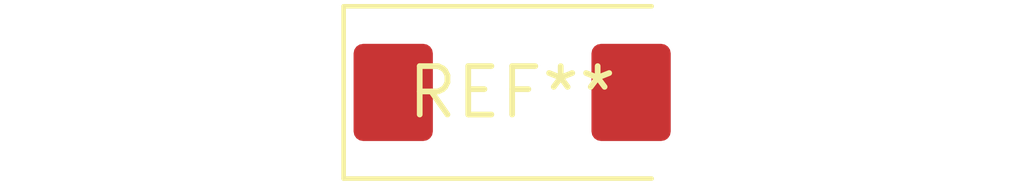
<source format=kicad_pcb>
(kicad_pcb (version 20240108) (generator pcbnew)
  (layers (0 "F.Cu" signal) (31 "B.Cu" signal) (34 "B.Paste" user) (35 "F.Paste" user) (36 "B.SilkS" user "B.Silkscreen") (37 "F.SilkS" user "F.Silkscreen") (38 "B.Mask" user) (39 "F.Mask" user) (44 "Edge.Cuts" user))
  (net 0 "")
  (footprint "CP_EIA-7343-15_Kemet-W" (layer "F.Cu") (at 0 0)
    (property "Reference" "REF**")
    (property "Value" "CP_EIA-7343-15_Kemet-W")
    (fp_line (start -4.41 -2.26) (end -4.41 2.26) (layer "F.SilkS") (stroke (width 0.12)))
    (fp_line (start -4.41 2.26) (end 3.65 2.26) (layer "F.SilkS") (stroke (width 0.12)))
    (fp_line (start 3.65 -2.26) (end -4.41 -2.26) (layer "F.SilkS") (stroke (width 0.12)))
    (pad "1" smd roundrect (at -3.1125 0) (size 2.075 2.55) (layers "F.Cu" "F.Paste" "F.Mask") (roundrect_rratio 0.120482))
    (pad "2" smd roundrect (at 3.1125 0) (size 2.075 2.55) (layers "F.Cu" "F.Paste" "F.Mask") (roundrect_rratio 0.120482))
  )
)
</source>
